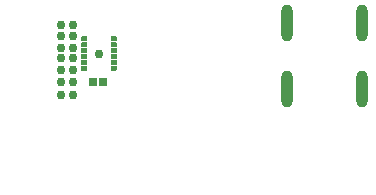
<source format=gbs>
G04*
G04 #@! TF.GenerationSoftware,Altium Limited,Altium Designer,18.1.7 (191)*
G04*
G04 Layer_Color=16711935*
%FSLAX25Y25*%
%MOIN*%
G70*
G01*
G75*
G04:AMPARAMS|DCode=48|XSize=26mil|YSize=26mil|CornerRadius=8mil|HoleSize=0mil|Usage=FLASHONLY|Rotation=270.000|XOffset=0mil|YOffset=0mil|HoleType=Round|Shape=RoundedRectangle|*
%AMROUNDEDRECTD48*
21,1,0.02600,0.01000,0,0,270.0*
21,1,0.01000,0.02600,0,0,270.0*
1,1,0.01600,-0.00500,-0.00500*
1,1,0.01600,-0.00500,0.00500*
1,1,0.01600,0.00500,0.00500*
1,1,0.01600,0.00500,-0.00500*
%
%ADD48ROUNDEDRECTD48*%
G04:AMPARAMS|DCode=51|XSize=26mil|YSize=26mil|CornerRadius=8mil|HoleSize=0mil|Usage=FLASHONLY|Rotation=180.000|XOffset=0mil|YOffset=0mil|HoleType=Round|Shape=RoundedRectangle|*
%AMROUNDEDRECTD51*
21,1,0.02600,0.01000,0,0,180.0*
21,1,0.01000,0.02600,0,0,180.0*
1,1,0.01600,-0.00500,0.00500*
1,1,0.01600,0.00500,0.00500*
1,1,0.01600,0.00500,-0.00500*
1,1,0.01600,-0.00500,-0.00500*
%
%ADD51ROUNDEDRECTD51*%
%ADD66C,0.00600*%
%ADD67O,0.03750X0.12411*%
%ADD76R,0.02568X0.02568*%
G36*
X23738Y84164D02*
X23710Y84163D01*
X23682Y84159D01*
X23654Y84155D01*
X23626Y84149D01*
X23599Y84141D01*
X23572Y84132D01*
X23546Y84122D01*
X23520Y84110D01*
X23495Y84097D01*
X23470Y84082D01*
X23447Y84067D01*
X23424Y84050D01*
X23402Y84032D01*
X23381Y84013D01*
X23361Y83992D01*
X23342Y83971D01*
X23325Y83949D01*
X23308Y83926D01*
X23293Y83902D01*
X23279Y83877D01*
X23266Y83852D01*
X23255Y83826D01*
X23245Y83799D01*
X23237Y83772D01*
X23230Y83745D01*
X23224Y83717D01*
X23220Y83689D01*
X23217Y83661D01*
X23216Y83633D01*
Y82885D01*
X23217Y82860D01*
X23219Y82834D01*
X23223Y82808D01*
X23228Y82782D01*
X23235Y82757D01*
X23243Y82731D01*
X23252Y82707D01*
X23263Y82683D01*
X23274Y82659D01*
X23287Y82636D01*
X23302Y82614D01*
X23317Y82593D01*
X23333Y82572D01*
X23350Y82552D01*
X23369Y82534D01*
X23388Y82516D01*
X23409Y82499D01*
X23430Y82484D01*
X23452Y82469D01*
X23474Y82456D01*
X23498Y82444D01*
X23521Y82433D01*
X23546Y82423D01*
X23571Y82415D01*
X23596Y82408D01*
X23622Y82402D01*
X23648Y82398D01*
X23674Y82395D01*
X23700Y82393D01*
X23728Y82393D01*
X24751D01*
X24779Y82393D01*
X24805Y82395D01*
X24831Y82398D01*
X24857Y82402D01*
X24882Y82408D01*
X24908Y82415D01*
X24933Y82423D01*
X24957Y82433D01*
X24981Y82444D01*
X25004Y82456D01*
X25027Y82469D01*
X25049Y82484D01*
X25070Y82499D01*
X25090Y82516D01*
X25110Y82534D01*
X25128Y82552D01*
X25146Y82572D01*
X25162Y82593D01*
X25177Y82614D01*
X25191Y82636D01*
X25204Y82659D01*
X25216Y82683D01*
X25227Y82707D01*
X25236Y82731D01*
X25244Y82757D01*
X25250Y82782D01*
X25256Y82808D01*
X25259Y82834D01*
X25262Y82860D01*
X25263Y82885D01*
Y82924D01*
Y83633D01*
X25262Y83661D01*
X25259Y83689D01*
X25255Y83717D01*
X25249Y83745D01*
X25242Y83772D01*
X25234Y83799D01*
X25224Y83826D01*
X25212Y83852D01*
X25200Y83877D01*
X25186Y83902D01*
X25170Y83926D01*
X25154Y83949D01*
X25136Y83971D01*
X25118Y83992D01*
X25098Y84013D01*
X25077Y84032D01*
X25055Y84050D01*
X25032Y84067D01*
X25009Y84082D01*
X24984Y84097D01*
X24959Y84110D01*
X24933Y84122D01*
X24907Y84132D01*
X24880Y84141D01*
X24853Y84149D01*
X24825Y84155D01*
X24797Y84159D01*
X24769Y84163D01*
X24740Y84164D01*
X24712Y84165D01*
X23767D01*
X23738Y84164D01*
D02*
G37*
G36*
Y86133D02*
X23710Y86131D01*
X23682Y86128D01*
X23654Y86123D01*
X23626Y86117D01*
X23599Y86110D01*
X23572Y86101D01*
X23546Y86090D01*
X23520Y86078D01*
X23495Y86065D01*
X23470Y86051D01*
X23447Y86035D01*
X23424Y86018D01*
X23402Y86000D01*
X23381Y85981D01*
X23361Y85961D01*
X23342Y85940D01*
X23325Y85918D01*
X23308Y85895D01*
X23293Y85871D01*
X23279Y85846D01*
X23266Y85821D01*
X23255Y85795D01*
X23245Y85768D01*
X23237Y85741D01*
X23230Y85713D01*
X23224Y85686D01*
X23220Y85658D01*
X23217Y85629D01*
X23216Y85602D01*
Y84854D01*
X23217Y84828D01*
X23219Y84802D01*
X23223Y84776D01*
X23228Y84750D01*
X23235Y84725D01*
X23243Y84700D01*
X23252Y84675D01*
X23263Y84651D01*
X23274Y84628D01*
X23287Y84605D01*
X23302Y84583D01*
X23317Y84561D01*
X23333Y84541D01*
X23350Y84521D01*
X23369Y84502D01*
X23388Y84484D01*
X23409Y84468D01*
X23430Y84452D01*
X23452Y84438D01*
X23474Y84424D01*
X23498Y84412D01*
X23521Y84401D01*
X23546Y84392D01*
X23571Y84383D01*
X23596Y84376D01*
X23622Y84371D01*
X23648Y84366D01*
X23674Y84363D01*
X23700Y84362D01*
X23728Y84361D01*
X24751D01*
X24779Y84362D01*
X24805Y84363D01*
X24831Y84366D01*
X24857Y84371D01*
X24882Y84376D01*
X24908Y84383D01*
X24933Y84392D01*
X24957Y84401D01*
X24981Y84412D01*
X25004Y84424D01*
X25027Y84438D01*
X25049Y84452D01*
X25070Y84468D01*
X25090Y84484D01*
X25110Y84502D01*
X25128Y84521D01*
X25146Y84541D01*
X25162Y84561D01*
X25177Y84583D01*
X25191Y84605D01*
X25204Y84628D01*
X25216Y84651D01*
X25227Y84675D01*
X25236Y84700D01*
X25244Y84725D01*
X25250Y84750D01*
X25256Y84776D01*
X25259Y84802D01*
X25262Y84828D01*
X25263Y84854D01*
Y84893D01*
Y85602D01*
X25262Y85629D01*
X25259Y85658D01*
X25255Y85686D01*
X25249Y85713D01*
X25242Y85741D01*
X25234Y85768D01*
X25224Y85795D01*
X25212Y85821D01*
X25200Y85846D01*
X25186Y85871D01*
X25170Y85895D01*
X25154Y85918D01*
X25136Y85940D01*
X25118Y85961D01*
X25098Y85981D01*
X25077Y86000D01*
X25055Y86018D01*
X25032Y86035D01*
X25009Y86051D01*
X24984Y86065D01*
X24959Y86078D01*
X24933Y86090D01*
X24907Y86101D01*
X24880Y86110D01*
X24853Y86117D01*
X24825Y86123D01*
X24797Y86128D01*
X24769Y86131D01*
X24740Y86133D01*
X24712Y86133D01*
X23767D01*
X23738Y86133D01*
D02*
G37*
G36*
Y88101D02*
X23710Y88100D01*
X23682Y88096D01*
X23654Y88092D01*
X23626Y88086D01*
X23599Y88078D01*
X23572Y88069D01*
X23546Y88059D01*
X23520Y88047D01*
X23495Y88034D01*
X23470Y88019D01*
X23447Y88004D01*
X23424Y87987D01*
X23402Y87969D01*
X23381Y87950D01*
X23361Y87929D01*
X23342Y87908D01*
X23325Y87886D01*
X23308Y87863D01*
X23293Y87839D01*
X23279Y87814D01*
X23266Y87789D01*
X23255Y87763D01*
X23245Y87736D01*
X23237Y87709D01*
X23230Y87682D01*
X23224Y87654D01*
X23220Y87626D01*
X23217Y87598D01*
X23216Y87570D01*
Y86822D01*
X23217Y86797D01*
X23219Y86771D01*
X23223Y86745D01*
X23228Y86719D01*
X23235Y86694D01*
X23243Y86668D01*
X23252Y86644D01*
X23263Y86620D01*
X23274Y86596D01*
X23287Y86573D01*
X23302Y86551D01*
X23317Y86530D01*
X23333Y86509D01*
X23350Y86489D01*
X23369Y86471D01*
X23388Y86453D01*
X23409Y86436D01*
X23430Y86421D01*
X23452Y86406D01*
X23474Y86393D01*
X23498Y86381D01*
X23521Y86370D01*
X23546Y86360D01*
X23571Y86352D01*
X23596Y86345D01*
X23622Y86339D01*
X23648Y86335D01*
X23674Y86332D01*
X23700Y86330D01*
X23728Y86330D01*
X24751D01*
X24779Y86330D01*
X24805Y86332D01*
X24831Y86335D01*
X24857Y86339D01*
X24882Y86345D01*
X24908Y86352D01*
X24933Y86360D01*
X24957Y86370D01*
X24981Y86381D01*
X25004Y86393D01*
X25027Y86406D01*
X25049Y86421D01*
X25070Y86436D01*
X25090Y86453D01*
X25110Y86471D01*
X25128Y86489D01*
X25146Y86509D01*
X25162Y86530D01*
X25177Y86551D01*
X25191Y86573D01*
X25204Y86596D01*
X25216Y86620D01*
X25227Y86644D01*
X25236Y86668D01*
X25244Y86694D01*
X25250Y86719D01*
X25256Y86745D01*
X25259Y86771D01*
X25262Y86797D01*
X25263Y86822D01*
Y86861D01*
Y87570D01*
X25262Y87598D01*
X25259Y87626D01*
X25255Y87654D01*
X25249Y87682D01*
X25242Y87709D01*
X25234Y87736D01*
X25224Y87763D01*
X25212Y87789D01*
X25200Y87814D01*
X25186Y87839D01*
X25170Y87863D01*
X25154Y87886D01*
X25136Y87908D01*
X25118Y87929D01*
X25098Y87950D01*
X25077Y87969D01*
X25055Y87987D01*
X25032Y88004D01*
X25009Y88019D01*
X24984Y88034D01*
X24959Y88047D01*
X24933Y88059D01*
X24907Y88069D01*
X24880Y88078D01*
X24853Y88086D01*
X24825Y88092D01*
X24797Y88096D01*
X24769Y88100D01*
X24740Y88101D01*
X24712Y88102D01*
X23767D01*
X23738Y88101D01*
D02*
G37*
G36*
Y90070D02*
X23710Y90068D01*
X23682Y90065D01*
X23654Y90060D01*
X23626Y90054D01*
X23599Y90047D01*
X23572Y90038D01*
X23546Y90027D01*
X23520Y90015D01*
X23495Y90002D01*
X23470Y89988D01*
X23447Y89972D01*
X23424Y89955D01*
X23402Y89937D01*
X23381Y89918D01*
X23361Y89898D01*
X23342Y89877D01*
X23325Y89855D01*
X23308Y89832D01*
X23293Y89808D01*
X23279Y89783D01*
X23266Y89758D01*
X23255Y89732D01*
X23245Y89705D01*
X23237Y89678D01*
X23230Y89650D01*
X23224Y89623D01*
X23220Y89595D01*
X23217Y89566D01*
X23216Y89539D01*
Y88791D01*
X23217Y88765D01*
X23219Y88739D01*
X23223Y88713D01*
X23228Y88687D01*
X23235Y88662D01*
X23243Y88637D01*
X23252Y88612D01*
X23263Y88588D01*
X23274Y88565D01*
X23287Y88542D01*
X23302Y88520D01*
X23317Y88498D01*
X23333Y88478D01*
X23350Y88458D01*
X23369Y88439D01*
X23388Y88421D01*
X23409Y88405D01*
X23430Y88389D01*
X23452Y88375D01*
X23474Y88361D01*
X23498Y88349D01*
X23521Y88338D01*
X23546Y88329D01*
X23571Y88320D01*
X23596Y88313D01*
X23622Y88308D01*
X23648Y88303D01*
X23674Y88300D01*
X23700Y88299D01*
X23728Y88298D01*
X24751D01*
X24779Y88299D01*
X24805Y88300D01*
X24831Y88303D01*
X24857Y88308D01*
X24882Y88313D01*
X24908Y88320D01*
X24933Y88329D01*
X24957Y88338D01*
X24981Y88349D01*
X25004Y88361D01*
X25027Y88375D01*
X25049Y88389D01*
X25070Y88405D01*
X25090Y88421D01*
X25110Y88439D01*
X25128Y88458D01*
X25146Y88478D01*
X25162Y88498D01*
X25177Y88520D01*
X25191Y88542D01*
X25204Y88565D01*
X25216Y88588D01*
X25227Y88612D01*
X25236Y88637D01*
X25244Y88662D01*
X25250Y88687D01*
X25256Y88713D01*
X25259Y88739D01*
X25262Y88765D01*
X25263Y88791D01*
Y88830D01*
Y89539D01*
X25262Y89566D01*
X25259Y89595D01*
X25255Y89623D01*
X25249Y89650D01*
X25242Y89678D01*
X25234Y89705D01*
X25224Y89732D01*
X25212Y89758D01*
X25200Y89783D01*
X25186Y89808D01*
X25170Y89832D01*
X25154Y89855D01*
X25136Y89877D01*
X25118Y89898D01*
X25098Y89918D01*
X25077Y89937D01*
X25055Y89955D01*
X25032Y89972D01*
X25009Y89988D01*
X24984Y90002D01*
X24959Y90015D01*
X24933Y90027D01*
X24907Y90038D01*
X24880Y90047D01*
X24853Y90054D01*
X24825Y90060D01*
X24797Y90065D01*
X24769Y90068D01*
X24740Y90070D01*
X24712Y90070D01*
X23767D01*
X23738Y90070D01*
D02*
G37*
G36*
Y92038D02*
X23710Y92037D01*
X23682Y92033D01*
X23654Y92029D01*
X23626Y92023D01*
X23599Y92015D01*
X23572Y92006D01*
X23546Y91996D01*
X23520Y91984D01*
X23495Y91971D01*
X23470Y91956D01*
X23447Y91941D01*
X23424Y91924D01*
X23402Y91906D01*
X23381Y91887D01*
X23361Y91866D01*
X23342Y91845D01*
X23325Y91823D01*
X23308Y91800D01*
X23293Y91776D01*
X23279Y91751D01*
X23266Y91726D01*
X23255Y91700D01*
X23245Y91673D01*
X23237Y91646D01*
X23230Y91619D01*
X23224Y91591D01*
X23220Y91563D01*
X23217Y91535D01*
X23216Y91507D01*
Y90759D01*
X23217Y90734D01*
X23219Y90708D01*
X23223Y90682D01*
X23228Y90656D01*
X23235Y90631D01*
X23243Y90605D01*
X23252Y90581D01*
X23263Y90557D01*
X23274Y90533D01*
X23287Y90510D01*
X23302Y90488D01*
X23317Y90467D01*
X23333Y90446D01*
X23350Y90426D01*
X23369Y90408D01*
X23388Y90390D01*
X23409Y90373D01*
X23430Y90358D01*
X23452Y90343D01*
X23474Y90330D01*
X23498Y90318D01*
X23521Y90307D01*
X23546Y90297D01*
X23571Y90289D01*
X23596Y90282D01*
X23622Y90276D01*
X23648Y90272D01*
X23674Y90269D01*
X23700Y90267D01*
X23728Y90267D01*
X24751D01*
X24779Y90267D01*
X24805Y90269D01*
X24831Y90272D01*
X24857Y90276D01*
X24882Y90282D01*
X24908Y90289D01*
X24933Y90297D01*
X24957Y90307D01*
X24981Y90318D01*
X25004Y90330D01*
X25027Y90343D01*
X25049Y90358D01*
X25070Y90373D01*
X25090Y90390D01*
X25110Y90408D01*
X25128Y90426D01*
X25146Y90446D01*
X25162Y90467D01*
X25177Y90488D01*
X25191Y90510D01*
X25204Y90533D01*
X25216Y90557D01*
X25227Y90581D01*
X25236Y90605D01*
X25244Y90631D01*
X25250Y90656D01*
X25256Y90682D01*
X25259Y90708D01*
X25262Y90734D01*
X25263Y90759D01*
Y90798D01*
Y91507D01*
X25262Y91535D01*
X25259Y91563D01*
X25255Y91591D01*
X25249Y91619D01*
X25242Y91646D01*
X25234Y91673D01*
X25224Y91700D01*
X25212Y91726D01*
X25200Y91751D01*
X25186Y91776D01*
X25170Y91800D01*
X25154Y91823D01*
X25136Y91845D01*
X25118Y91866D01*
X25098Y91887D01*
X25077Y91906D01*
X25055Y91924D01*
X25032Y91941D01*
X25009Y91956D01*
X24984Y91971D01*
X24959Y91984D01*
X24933Y91996D01*
X24907Y92006D01*
X24880Y92015D01*
X24853Y92023D01*
X24825Y92029D01*
X24797Y92033D01*
X24769Y92037D01*
X24740Y92038D01*
X24712Y92039D01*
X23767D01*
X23738Y92038D01*
D02*
G37*
G36*
Y94007D02*
X23710Y94005D01*
X23682Y94002D01*
X23654Y93997D01*
X23626Y93991D01*
X23599Y93984D01*
X23572Y93975D01*
X23546Y93964D01*
X23520Y93952D01*
X23495Y93939D01*
X23470Y93925D01*
X23447Y93909D01*
X23424Y93892D01*
X23402Y93874D01*
X23381Y93855D01*
X23361Y93835D01*
X23342Y93814D01*
X23325Y93792D01*
X23308Y93769D01*
X23293Y93745D01*
X23279Y93720D01*
X23266Y93695D01*
X23255Y93669D01*
X23245Y93642D01*
X23237Y93615D01*
X23230Y93587D01*
X23224Y93560D01*
X23220Y93532D01*
X23217Y93503D01*
X23216Y93476D01*
Y92728D01*
X23217Y92702D01*
X23219Y92676D01*
X23223Y92650D01*
X23228Y92624D01*
X23235Y92599D01*
X23243Y92574D01*
X23252Y92549D01*
X23263Y92525D01*
X23274Y92502D01*
X23287Y92479D01*
X23302Y92457D01*
X23317Y92435D01*
X23333Y92415D01*
X23350Y92395D01*
X23369Y92376D01*
X23388Y92358D01*
X23409Y92342D01*
X23430Y92326D01*
X23452Y92312D01*
X23474Y92298D01*
X23498Y92286D01*
X23521Y92275D01*
X23546Y92266D01*
X23571Y92257D01*
X23596Y92250D01*
X23622Y92245D01*
X23648Y92240D01*
X23674Y92237D01*
X23700Y92236D01*
X23728Y92235D01*
X24751D01*
X24779Y92236D01*
X24805Y92237D01*
X24831Y92240D01*
X24857Y92245D01*
X24882Y92250D01*
X24908Y92257D01*
X24933Y92266D01*
X24957Y92275D01*
X24981Y92286D01*
X25004Y92298D01*
X25027Y92312D01*
X25049Y92326D01*
X25070Y92342D01*
X25090Y92358D01*
X25110Y92376D01*
X25128Y92395D01*
X25146Y92415D01*
X25162Y92435D01*
X25177Y92457D01*
X25191Y92479D01*
X25204Y92502D01*
X25216Y92525D01*
X25227Y92549D01*
X25236Y92574D01*
X25244Y92599D01*
X25250Y92624D01*
X25256Y92650D01*
X25259Y92676D01*
X25262Y92702D01*
X25263Y92728D01*
Y92767D01*
Y93476D01*
X25262Y93503D01*
X25259Y93532D01*
X25255Y93560D01*
X25249Y93587D01*
X25242Y93615D01*
X25234Y93642D01*
X25224Y93669D01*
X25212Y93695D01*
X25200Y93720D01*
X25186Y93745D01*
X25170Y93769D01*
X25154Y93792D01*
X25136Y93814D01*
X25118Y93835D01*
X25098Y93855D01*
X25077Y93874D01*
X25055Y93892D01*
X25032Y93909D01*
X25009Y93925D01*
X24984Y93939D01*
X24959Y93952D01*
X24933Y93964D01*
X24907Y93975D01*
X24880Y93984D01*
X24853Y93991D01*
X24825Y93997D01*
X24797Y94002D01*
X24769Y94005D01*
X24740Y94007D01*
X24712Y94007D01*
X23767D01*
X23738Y94007D01*
D02*
G37*
G36*
X33621Y84164D02*
X33595Y84163D01*
X33569Y84160D01*
X33543Y84155D01*
X33518Y84150D01*
X33492Y84143D01*
X33467Y84134D01*
X33443Y84125D01*
X33419Y84114D01*
X33396Y84102D01*
X33373Y84088D01*
X33351Y84074D01*
X33330Y84058D01*
X33310Y84042D01*
X33290Y84024D01*
X33272Y84005D01*
X33254Y83985D01*
X33238Y83965D01*
X33223Y83943D01*
X33209Y83921D01*
X33196Y83898D01*
X33184Y83875D01*
X33173Y83851D01*
X33164Y83826D01*
X33156Y83801D01*
X33150Y83776D01*
X33145Y83750D01*
X33141Y83724D01*
X33138Y83698D01*
X33137Y83672D01*
Y83633D01*
Y82924D01*
X33138Y82897D01*
X33141Y82868D01*
X33145Y82840D01*
X33151Y82812D01*
X33158Y82785D01*
X33166Y82758D01*
X33176Y82731D01*
X33188Y82705D01*
X33200Y82680D01*
X33214Y82655D01*
X33230Y82631D01*
X33246Y82608D01*
X33264Y82586D01*
X33282Y82565D01*
X33302Y82545D01*
X33323Y82526D01*
X33345Y82508D01*
X33368Y82491D01*
X33391Y82475D01*
X33416Y82461D01*
X33441Y82448D01*
X33467Y82436D01*
X33493Y82425D01*
X33520Y82416D01*
X33547Y82409D01*
X33575Y82403D01*
X33603Y82398D01*
X33631Y82395D01*
X33659Y82393D01*
X33688Y82393D01*
X34633D01*
X34662Y82393D01*
X34690Y82395D01*
X34718Y82398D01*
X34746Y82403D01*
X34774Y82409D01*
X34801Y82416D01*
X34828Y82425D01*
X34855Y82436D01*
X34880Y82448D01*
X34905Y82461D01*
X34930Y82475D01*
X34953Y82491D01*
X34976Y82508D01*
X34998Y82526D01*
X35019Y82545D01*
X35039Y82565D01*
X35058Y82586D01*
X35075Y82608D01*
X35092Y82631D01*
X35107Y82655D01*
X35121Y82680D01*
X35134Y82705D01*
X35145Y82731D01*
X35155Y82758D01*
X35163Y82785D01*
X35171Y82812D01*
X35176Y82840D01*
X35180Y82868D01*
X35183Y82897D01*
X35184Y82924D01*
Y83672D01*
X35183Y83698D01*
X35181Y83724D01*
X35177Y83750D01*
X35171Y83776D01*
X35165Y83801D01*
X35157Y83826D01*
X35148Y83851D01*
X35137Y83875D01*
X35126Y83898D01*
X35113Y83921D01*
X35098Y83943D01*
X35083Y83965D01*
X35067Y83985D01*
X35050Y84005D01*
X35031Y84024D01*
X35012Y84042D01*
X34991Y84058D01*
X34970Y84074D01*
X34948Y84088D01*
X34926Y84102D01*
X34902Y84114D01*
X34879Y84125D01*
X34854Y84134D01*
X34829Y84143D01*
X34804Y84150D01*
X34778Y84155D01*
X34752Y84160D01*
X34726Y84163D01*
X34700Y84164D01*
X34672Y84165D01*
X33649D01*
X33621Y84164D01*
D02*
G37*
G36*
Y86133D02*
X33595Y86131D01*
X33569Y86128D01*
X33543Y86124D01*
X33518Y86118D01*
X33492Y86111D01*
X33467Y86103D01*
X33443Y86093D01*
X33419Y86082D01*
X33396Y86070D01*
X33373Y86057D01*
X33351Y86042D01*
X33330Y86027D01*
X33310Y86010D01*
X33290Y85992D01*
X33272Y85974D01*
X33254Y85954D01*
X33238Y85933D01*
X33223Y85912D01*
X33209Y85890D01*
X33196Y85867D01*
X33184Y85843D01*
X33173Y85819D01*
X33164Y85795D01*
X33156Y85769D01*
X33150Y85744D01*
X33145Y85718D01*
X33141Y85692D01*
X33138Y85666D01*
X33137Y85641D01*
Y85602D01*
Y84893D01*
X33138Y84865D01*
X33141Y84837D01*
X33145Y84809D01*
X33151Y84781D01*
X33158Y84754D01*
X33166Y84727D01*
X33176Y84700D01*
X33188Y84674D01*
X33200Y84649D01*
X33214Y84624D01*
X33230Y84600D01*
X33246Y84577D01*
X33264Y84555D01*
X33282Y84534D01*
X33302Y84513D01*
X33323Y84494D01*
X33345Y84476D01*
X33368Y84459D01*
X33391Y84444D01*
X33416Y84429D01*
X33441Y84416D01*
X33467Y84404D01*
X33493Y84394D01*
X33520Y84385D01*
X33547Y84377D01*
X33575Y84371D01*
X33603Y84367D01*
X33631Y84363D01*
X33659Y84362D01*
X33688Y84361D01*
X34633D01*
X34662Y84362D01*
X34690Y84363D01*
X34718Y84367D01*
X34746Y84371D01*
X34774Y84377D01*
X34801Y84385D01*
X34828Y84394D01*
X34855Y84404D01*
X34880Y84416D01*
X34905Y84429D01*
X34930Y84444D01*
X34953Y84459D01*
X34976Y84476D01*
X34998Y84494D01*
X35019Y84513D01*
X35039Y84534D01*
X35058Y84555D01*
X35075Y84577D01*
X35092Y84600D01*
X35107Y84624D01*
X35121Y84649D01*
X35134Y84674D01*
X35145Y84700D01*
X35155Y84727D01*
X35163Y84754D01*
X35171Y84781D01*
X35176Y84809D01*
X35180Y84837D01*
X35183Y84865D01*
X35184Y84893D01*
Y85641D01*
X35183Y85666D01*
X35181Y85692D01*
X35177Y85718D01*
X35171Y85744D01*
X35165Y85769D01*
X35157Y85795D01*
X35148Y85819D01*
X35137Y85843D01*
X35126Y85867D01*
X35113Y85890D01*
X35098Y85912D01*
X35083Y85933D01*
X35067Y85954D01*
X35050Y85974D01*
X35031Y85992D01*
X35012Y86010D01*
X34991Y86027D01*
X34970Y86042D01*
X34948Y86057D01*
X34926Y86070D01*
X34902Y86082D01*
X34879Y86093D01*
X34854Y86103D01*
X34829Y86111D01*
X34804Y86118D01*
X34778Y86124D01*
X34752Y86128D01*
X34726Y86131D01*
X34700Y86133D01*
X34672Y86133D01*
X33649D01*
X33621Y86133D01*
D02*
G37*
G36*
Y88101D02*
X33595Y88100D01*
X33569Y88097D01*
X33543Y88092D01*
X33518Y88087D01*
X33492Y88080D01*
X33467Y88071D01*
X33443Y88062D01*
X33419Y88051D01*
X33396Y88039D01*
X33373Y88025D01*
X33351Y88011D01*
X33330Y87995D01*
X33310Y87979D01*
X33290Y87961D01*
X33272Y87942D01*
X33254Y87922D01*
X33238Y87902D01*
X33223Y87880D01*
X33209Y87858D01*
X33196Y87835D01*
X33184Y87812D01*
X33173Y87788D01*
X33164Y87763D01*
X33156Y87738D01*
X33150Y87713D01*
X33145Y87687D01*
X33141Y87661D01*
X33138Y87635D01*
X33137Y87609D01*
Y87570D01*
Y86861D01*
X33138Y86834D01*
X33141Y86805D01*
X33145Y86777D01*
X33151Y86750D01*
X33158Y86722D01*
X33166Y86695D01*
X33176Y86668D01*
X33188Y86642D01*
X33200Y86617D01*
X33214Y86592D01*
X33230Y86568D01*
X33246Y86545D01*
X33264Y86523D01*
X33282Y86502D01*
X33302Y86482D01*
X33323Y86463D01*
X33345Y86445D01*
X33368Y86428D01*
X33391Y86412D01*
X33416Y86398D01*
X33441Y86385D01*
X33467Y86373D01*
X33493Y86362D01*
X33520Y86353D01*
X33547Y86346D01*
X33575Y86340D01*
X33603Y86335D01*
X33631Y86332D01*
X33659Y86330D01*
X33688Y86330D01*
X34633D01*
X34662Y86330D01*
X34690Y86332D01*
X34718Y86335D01*
X34746Y86340D01*
X34774Y86346D01*
X34801Y86353D01*
X34828Y86362D01*
X34855Y86373D01*
X34880Y86385D01*
X34905Y86398D01*
X34930Y86412D01*
X34953Y86428D01*
X34976Y86445D01*
X34998Y86463D01*
X35019Y86482D01*
X35039Y86502D01*
X35058Y86523D01*
X35075Y86545D01*
X35092Y86568D01*
X35107Y86592D01*
X35121Y86617D01*
X35134Y86642D01*
X35145Y86668D01*
X35155Y86695D01*
X35163Y86722D01*
X35171Y86750D01*
X35176Y86777D01*
X35180Y86805D01*
X35183Y86834D01*
X35184Y86861D01*
Y87609D01*
X35183Y87635D01*
X35181Y87661D01*
X35177Y87687D01*
X35171Y87713D01*
X35165Y87738D01*
X35157Y87763D01*
X35148Y87788D01*
X35137Y87812D01*
X35126Y87835D01*
X35113Y87858D01*
X35098Y87880D01*
X35083Y87902D01*
X35067Y87922D01*
X35050Y87942D01*
X35031Y87961D01*
X35012Y87979D01*
X34991Y87995D01*
X34970Y88011D01*
X34948Y88025D01*
X34926Y88039D01*
X34902Y88051D01*
X34879Y88062D01*
X34854Y88071D01*
X34829Y88080D01*
X34804Y88087D01*
X34778Y88092D01*
X34752Y88097D01*
X34726Y88100D01*
X34700Y88101D01*
X34672Y88102D01*
X33649D01*
X33621Y88101D01*
D02*
G37*
G36*
Y90070D02*
X33595Y90068D01*
X33569Y90065D01*
X33543Y90061D01*
X33518Y90055D01*
X33492Y90048D01*
X33467Y90040D01*
X33443Y90030D01*
X33419Y90019D01*
X33396Y90007D01*
X33373Y89994D01*
X33351Y89979D01*
X33330Y89964D01*
X33310Y89947D01*
X33290Y89929D01*
X33272Y89911D01*
X33254Y89891D01*
X33238Y89870D01*
X33223Y89849D01*
X33209Y89827D01*
X33196Y89804D01*
X33184Y89780D01*
X33173Y89756D01*
X33164Y89732D01*
X33156Y89706D01*
X33150Y89681D01*
X33145Y89655D01*
X33141Y89629D01*
X33138Y89603D01*
X33137Y89578D01*
Y89539D01*
Y88830D01*
X33138Y88802D01*
X33141Y88774D01*
X33145Y88746D01*
X33151Y88718D01*
X33158Y88691D01*
X33166Y88664D01*
X33176Y88637D01*
X33188Y88611D01*
X33200Y88586D01*
X33214Y88561D01*
X33230Y88537D01*
X33246Y88514D01*
X33264Y88492D01*
X33282Y88471D01*
X33302Y88450D01*
X33323Y88431D01*
X33345Y88413D01*
X33368Y88396D01*
X33391Y88381D01*
X33416Y88366D01*
X33441Y88353D01*
X33467Y88341D01*
X33493Y88331D01*
X33520Y88322D01*
X33547Y88314D01*
X33575Y88308D01*
X33603Y88304D01*
X33631Y88300D01*
X33659Y88299D01*
X33688Y88298D01*
X34633D01*
X34662Y88299D01*
X34690Y88300D01*
X34718Y88304D01*
X34746Y88308D01*
X34774Y88314D01*
X34801Y88322D01*
X34828Y88331D01*
X34855Y88341D01*
X34880Y88353D01*
X34905Y88366D01*
X34930Y88381D01*
X34953Y88396D01*
X34976Y88413D01*
X34998Y88431D01*
X35019Y88450D01*
X35039Y88471D01*
X35058Y88492D01*
X35075Y88514D01*
X35092Y88537D01*
X35107Y88561D01*
X35121Y88586D01*
X35134Y88611D01*
X35145Y88637D01*
X35155Y88664D01*
X35163Y88691D01*
X35171Y88718D01*
X35176Y88746D01*
X35180Y88774D01*
X35183Y88802D01*
X35184Y88830D01*
Y89578D01*
X35183Y89603D01*
X35181Y89629D01*
X35177Y89655D01*
X35171Y89681D01*
X35165Y89706D01*
X35157Y89732D01*
X35148Y89756D01*
X35137Y89780D01*
X35126Y89804D01*
X35113Y89827D01*
X35098Y89849D01*
X35083Y89870D01*
X35067Y89891D01*
X35050Y89911D01*
X35031Y89929D01*
X35012Y89947D01*
X34991Y89964D01*
X34970Y89979D01*
X34948Y89994D01*
X34926Y90007D01*
X34902Y90019D01*
X34879Y90030D01*
X34854Y90040D01*
X34829Y90048D01*
X34804Y90055D01*
X34778Y90061D01*
X34752Y90065D01*
X34726Y90068D01*
X34700Y90070D01*
X34672Y90070D01*
X33649D01*
X33621Y90070D01*
D02*
G37*
G36*
Y92038D02*
X33595Y92037D01*
X33569Y92034D01*
X33543Y92029D01*
X33518Y92024D01*
X33492Y92017D01*
X33467Y92008D01*
X33443Y91999D01*
X33419Y91988D01*
X33396Y91976D01*
X33373Y91962D01*
X33351Y91948D01*
X33330Y91932D01*
X33310Y91916D01*
X33290Y91898D01*
X33272Y91879D01*
X33254Y91859D01*
X33238Y91839D01*
X33223Y91817D01*
X33209Y91795D01*
X33196Y91772D01*
X33184Y91749D01*
X33173Y91725D01*
X33164Y91700D01*
X33156Y91675D01*
X33150Y91650D01*
X33145Y91624D01*
X33141Y91598D01*
X33138Y91572D01*
X33137Y91546D01*
Y91507D01*
Y90798D01*
X33138Y90771D01*
X33141Y90742D01*
X33145Y90714D01*
X33151Y90687D01*
X33158Y90659D01*
X33166Y90632D01*
X33176Y90605D01*
X33188Y90579D01*
X33200Y90554D01*
X33214Y90529D01*
X33230Y90505D01*
X33246Y90482D01*
X33264Y90460D01*
X33282Y90439D01*
X33302Y90419D01*
X33323Y90400D01*
X33345Y90382D01*
X33368Y90365D01*
X33391Y90349D01*
X33416Y90335D01*
X33441Y90322D01*
X33467Y90310D01*
X33493Y90299D01*
X33520Y90290D01*
X33547Y90283D01*
X33575Y90277D01*
X33603Y90272D01*
X33631Y90269D01*
X33659Y90267D01*
X33688Y90267D01*
X34633D01*
X34662Y90267D01*
X34690Y90269D01*
X34718Y90272D01*
X34746Y90277D01*
X34774Y90283D01*
X34801Y90290D01*
X34828Y90299D01*
X34855Y90310D01*
X34880Y90322D01*
X34905Y90335D01*
X34930Y90349D01*
X34953Y90365D01*
X34976Y90382D01*
X34998Y90400D01*
X35019Y90419D01*
X35039Y90439D01*
X35058Y90460D01*
X35075Y90482D01*
X35092Y90505D01*
X35107Y90529D01*
X35121Y90554D01*
X35134Y90579D01*
X35145Y90605D01*
X35155Y90632D01*
X35163Y90659D01*
X35171Y90687D01*
X35176Y90714D01*
X35180Y90742D01*
X35183Y90771D01*
X35184Y90798D01*
Y91546D01*
X35183Y91572D01*
X35181Y91598D01*
X35177Y91624D01*
X35171Y91650D01*
X35165Y91675D01*
X35157Y91700D01*
X35148Y91725D01*
X35137Y91749D01*
X35126Y91772D01*
X35113Y91795D01*
X35098Y91817D01*
X35083Y91839D01*
X35067Y91859D01*
X35050Y91879D01*
X35031Y91898D01*
X35012Y91916D01*
X34991Y91932D01*
X34970Y91948D01*
X34948Y91962D01*
X34926Y91976D01*
X34902Y91988D01*
X34879Y91999D01*
X34854Y92008D01*
X34829Y92017D01*
X34804Y92024D01*
X34778Y92029D01*
X34752Y92034D01*
X34726Y92037D01*
X34700Y92038D01*
X34672Y92039D01*
X33649D01*
X33621Y92038D01*
D02*
G37*
G36*
Y94007D02*
X33595Y94005D01*
X33569Y94002D01*
X33543Y93998D01*
X33518Y93992D01*
X33492Y93985D01*
X33467Y93977D01*
X33443Y93967D01*
X33419Y93956D01*
X33396Y93944D01*
X33373Y93931D01*
X33351Y93916D01*
X33330Y93901D01*
X33310Y93884D01*
X33290Y93866D01*
X33272Y93848D01*
X33254Y93828D01*
X33238Y93807D01*
X33223Y93786D01*
X33209Y93764D01*
X33196Y93741D01*
X33184Y93717D01*
X33173Y93693D01*
X33164Y93669D01*
X33156Y93643D01*
X33150Y93618D01*
X33145Y93592D01*
X33141Y93566D01*
X33138Y93540D01*
X33137Y93515D01*
Y93476D01*
Y92767D01*
X33138Y92739D01*
X33141Y92711D01*
X33145Y92683D01*
X33151Y92655D01*
X33158Y92628D01*
X33166Y92601D01*
X33176Y92574D01*
X33188Y92548D01*
X33200Y92523D01*
X33214Y92498D01*
X33230Y92474D01*
X33246Y92451D01*
X33264Y92429D01*
X33282Y92408D01*
X33302Y92387D01*
X33323Y92368D01*
X33345Y92350D01*
X33368Y92333D01*
X33391Y92318D01*
X33416Y92303D01*
X33441Y92290D01*
X33467Y92278D01*
X33493Y92268D01*
X33520Y92259D01*
X33547Y92251D01*
X33575Y92245D01*
X33603Y92241D01*
X33631Y92237D01*
X33659Y92236D01*
X33688Y92235D01*
X34633D01*
X34662Y92236D01*
X34690Y92237D01*
X34718Y92241D01*
X34746Y92245D01*
X34774Y92251D01*
X34801Y92259D01*
X34828Y92268D01*
X34855Y92278D01*
X34880Y92290D01*
X34905Y92303D01*
X34930Y92318D01*
X34953Y92333D01*
X34976Y92350D01*
X34998Y92368D01*
X35019Y92387D01*
X35039Y92408D01*
X35058Y92429D01*
X35075Y92451D01*
X35092Y92474D01*
X35107Y92498D01*
X35121Y92523D01*
X35134Y92548D01*
X35145Y92574D01*
X35155Y92601D01*
X35163Y92628D01*
X35171Y92655D01*
X35176Y92683D01*
X35180Y92711D01*
X35183Y92739D01*
X35184Y92767D01*
Y93515D01*
X35183Y93540D01*
X35181Y93566D01*
X35177Y93592D01*
X35171Y93618D01*
X35165Y93643D01*
X35157Y93669D01*
X35148Y93693D01*
X35137Y93717D01*
X35126Y93741D01*
X35113Y93764D01*
X35098Y93786D01*
X35083Y93807D01*
X35067Y93828D01*
X35050Y93848D01*
X35031Y93866D01*
X35012Y93884D01*
X34991Y93901D01*
X34970Y93916D01*
X34948Y93931D01*
X34926Y93944D01*
X34902Y93956D01*
X34879Y93967D01*
X34854Y93977D01*
X34829Y93985D01*
X34804Y93992D01*
X34778Y93998D01*
X34752Y94002D01*
X34726Y94005D01*
X34700Y94007D01*
X34672Y94007D01*
X33649D01*
X33621Y94007D01*
D02*
G37*
D48*
X16700Y97800D02*
D03*
X20700D02*
D03*
X16700Y78600D02*
D03*
X20700D02*
D03*
Y74300D02*
D03*
X16700D02*
D03*
D51*
X29200Y88200D02*
D03*
X20400Y82600D02*
D03*
Y86600D02*
D03*
Y89900D02*
D03*
Y93900D02*
D03*
X16700Y89900D02*
D03*
Y93900D02*
D03*
Y82612D02*
D03*
Y86612D02*
D03*
D66*
X-500Y42900D02*
D03*
Y49900D02*
D03*
D67*
X92000Y76500D02*
D03*
X116800D02*
D03*
Y98300D02*
D03*
X92000D02*
D03*
D76*
X30500Y78700D02*
D03*
X27100D02*
D03*
M02*

</source>
